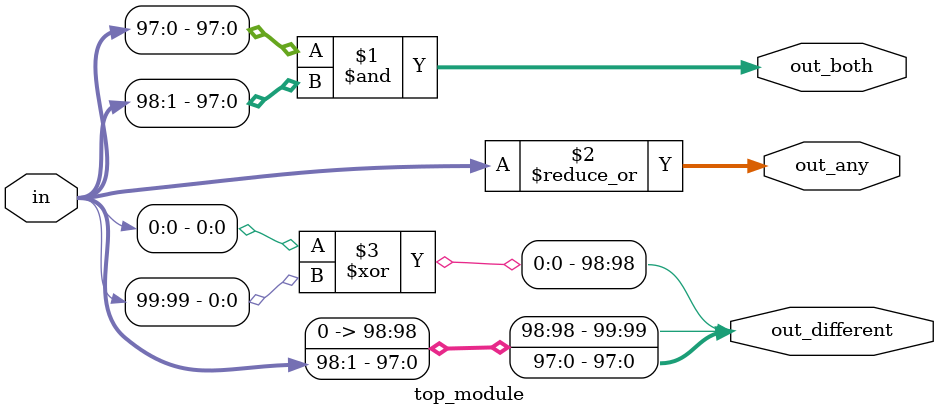
<source format=sv>
module top_module (
    input [99:0] in,
    output [98:0] out_both,
    output [99:1] out_any,
    output [99:0] out_different
);

    assign out_both = in[97:0] & in[98:1];
    assign out_any = |in; 
    assign out_different = {in[0] ^ in[99], in[98:1]};

endmodule

</source>
